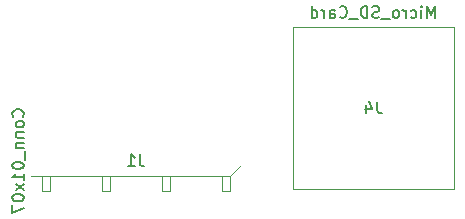
<source format=gbr>
%TF.GenerationSoftware,KiCad,Pcbnew,(5.1.9)-1*%
%TF.CreationDate,2021-02-10T11:15:13+01:00*%
%TF.ProjectId,DynaLoRa_Dongle,44796e61-4c6f-4526-915f-446f6e676c65,rev?*%
%TF.SameCoordinates,Original*%
%TF.FileFunction,Other,Fab,Bot*%
%FSLAX46Y46*%
G04 Gerber Fmt 4.6, Leading zero omitted, Abs format (unit mm)*
G04 Created by KiCad (PCBNEW (5.1.9)-1) date 2021-02-10 11:15:13*
%MOMM*%
%LPD*%
G01*
G04 APERTURE LIST*
%ADD10C,0.100000*%
%ADD11C,0.150000*%
G04 APERTURE END LIST*
D10*
%TO.C,J1*%
X27533600Y51028600D02*
X44363600Y51028600D01*
X44363600Y51028600D02*
X45313600Y51978600D01*
X44363600Y51028600D02*
X44363600Y49758600D01*
X44363600Y49758600D02*
X43723600Y49758600D01*
X43723600Y49758600D02*
X43723600Y51028600D01*
X39283600Y51028600D02*
X39283600Y49758600D01*
X39283600Y49758600D02*
X38643600Y49758600D01*
X38643600Y49758600D02*
X38643600Y51028600D01*
X34203600Y51028600D02*
X34203600Y49758600D01*
X34203600Y49758600D02*
X33563600Y49758600D01*
X33563600Y49758600D02*
X33563600Y51028600D01*
X29123600Y51028600D02*
X29123600Y49758600D01*
X29123600Y49758600D02*
X28483600Y49758600D01*
X28483600Y49758600D02*
X28483600Y51028600D01*
%TO.C,J4*%
X49709400Y63626000D02*
X63309400Y63626000D01*
X49709400Y49926000D02*
X49709400Y63626000D01*
X63309400Y49926000D02*
X49709400Y49926000D01*
X63309400Y63626000D02*
X63309400Y49926000D01*
%TD*%
%TO.C,J1*%
D11*
X26830742Y56036695D02*
X26878361Y56084314D01*
X26925980Y56227171D01*
X26925980Y56322409D01*
X26878361Y56465266D01*
X26783123Y56560504D01*
X26687885Y56608123D01*
X26497409Y56655742D01*
X26354552Y56655742D01*
X26164076Y56608123D01*
X26068838Y56560504D01*
X25973600Y56465266D01*
X25925980Y56322409D01*
X25925980Y56227171D01*
X25973600Y56084314D01*
X26021219Y56036695D01*
X26925980Y55465266D02*
X26878361Y55560504D01*
X26830742Y55608123D01*
X26735504Y55655742D01*
X26449790Y55655742D01*
X26354552Y55608123D01*
X26306933Y55560504D01*
X26259314Y55465266D01*
X26259314Y55322409D01*
X26306933Y55227171D01*
X26354552Y55179552D01*
X26449790Y55131933D01*
X26735504Y55131933D01*
X26830742Y55179552D01*
X26878361Y55227171D01*
X26925980Y55322409D01*
X26925980Y55465266D01*
X26259314Y54703361D02*
X26925980Y54703361D01*
X26354552Y54703361D02*
X26306933Y54655742D01*
X26259314Y54560504D01*
X26259314Y54417647D01*
X26306933Y54322409D01*
X26402171Y54274790D01*
X26925980Y54274790D01*
X26259314Y53798600D02*
X26925980Y53798600D01*
X26354552Y53798600D02*
X26306933Y53750980D01*
X26259314Y53655742D01*
X26259314Y53512885D01*
X26306933Y53417647D01*
X26402171Y53370028D01*
X26925980Y53370028D01*
X27021219Y53131933D02*
X27021219Y52370028D01*
X25925980Y51941457D02*
X25925980Y51846219D01*
X25973600Y51750980D01*
X26021219Y51703361D01*
X26116457Y51655742D01*
X26306933Y51608123D01*
X26545028Y51608123D01*
X26735504Y51655742D01*
X26830742Y51703361D01*
X26878361Y51750980D01*
X26925980Y51846219D01*
X26925980Y51941457D01*
X26878361Y52036695D01*
X26830742Y52084314D01*
X26735504Y52131933D01*
X26545028Y52179552D01*
X26306933Y52179552D01*
X26116457Y52131933D01*
X26021219Y52084314D01*
X25973600Y52036695D01*
X25925980Y51941457D01*
X26925980Y50655742D02*
X26925980Y51227171D01*
X26925980Y50941457D02*
X25925980Y50941457D01*
X26068838Y51036695D01*
X26164076Y51131933D01*
X26211695Y51227171D01*
X26925980Y50322409D02*
X26259314Y49798600D01*
X26259314Y50322409D02*
X26925980Y49798600D01*
X25925980Y49227171D02*
X25925980Y49131933D01*
X25973600Y49036695D01*
X26021219Y48989076D01*
X26116457Y48941457D01*
X26306933Y48893838D01*
X26545028Y48893838D01*
X26735504Y48941457D01*
X26830742Y48989076D01*
X26878361Y49036695D01*
X26925980Y49131933D01*
X26925980Y49227171D01*
X26878361Y49322409D01*
X26830742Y49370028D01*
X26735504Y49417647D01*
X26545028Y49465266D01*
X26306933Y49465266D01*
X26116457Y49417647D01*
X26021219Y49370028D01*
X25973600Y49322409D01*
X25925980Y49227171D01*
X25925980Y48560504D02*
X25925980Y47893838D01*
X26925980Y48322409D01*
X36756933Y52846219D02*
X36756933Y52131933D01*
X36804552Y51989076D01*
X36899790Y51893838D01*
X37042647Y51846219D01*
X37137885Y51846219D01*
X35756933Y51846219D02*
X36328361Y51846219D01*
X36042647Y51846219D02*
X36042647Y52846219D01*
X36137885Y52703361D01*
X36233123Y52608123D01*
X36328361Y52560504D01*
%TO.C,J4*%
X61723685Y64393619D02*
X61723685Y65393619D01*
X61390352Y64679333D01*
X61057019Y65393619D01*
X61057019Y64393619D01*
X60580828Y64393619D02*
X60580828Y65060285D01*
X60580828Y65393619D02*
X60628447Y65346000D01*
X60580828Y65298380D01*
X60533209Y65346000D01*
X60580828Y65393619D01*
X60580828Y65298380D01*
X59676066Y64441238D02*
X59771304Y64393619D01*
X59961780Y64393619D01*
X60057019Y64441238D01*
X60104638Y64488857D01*
X60152257Y64584095D01*
X60152257Y64869809D01*
X60104638Y64965047D01*
X60057019Y65012666D01*
X59961780Y65060285D01*
X59771304Y65060285D01*
X59676066Y65012666D01*
X59247495Y64393619D02*
X59247495Y65060285D01*
X59247495Y64869809D02*
X59199876Y64965047D01*
X59152257Y65012666D01*
X59057019Y65060285D01*
X58961780Y65060285D01*
X58485590Y64393619D02*
X58580828Y64441238D01*
X58628447Y64488857D01*
X58676066Y64584095D01*
X58676066Y64869809D01*
X58628447Y64965047D01*
X58580828Y65012666D01*
X58485590Y65060285D01*
X58342733Y65060285D01*
X58247495Y65012666D01*
X58199876Y64965047D01*
X58152257Y64869809D01*
X58152257Y64584095D01*
X58199876Y64488857D01*
X58247495Y64441238D01*
X58342733Y64393619D01*
X58485590Y64393619D01*
X57961780Y64298380D02*
X57199876Y64298380D01*
X57009400Y64441238D02*
X56866542Y64393619D01*
X56628447Y64393619D01*
X56533209Y64441238D01*
X56485590Y64488857D01*
X56437971Y64584095D01*
X56437971Y64679333D01*
X56485590Y64774571D01*
X56533209Y64822190D01*
X56628447Y64869809D01*
X56818923Y64917428D01*
X56914161Y64965047D01*
X56961780Y65012666D01*
X57009400Y65107904D01*
X57009400Y65203142D01*
X56961780Y65298380D01*
X56914161Y65346000D01*
X56818923Y65393619D01*
X56580828Y65393619D01*
X56437971Y65346000D01*
X56009400Y64393619D02*
X56009400Y65393619D01*
X55771304Y65393619D01*
X55628447Y65346000D01*
X55533209Y65250761D01*
X55485590Y65155523D01*
X55437971Y64965047D01*
X55437971Y64822190D01*
X55485590Y64631714D01*
X55533209Y64536476D01*
X55628447Y64441238D01*
X55771304Y64393619D01*
X56009400Y64393619D01*
X55247495Y64298380D02*
X54485590Y64298380D01*
X53676066Y64488857D02*
X53723685Y64441238D01*
X53866542Y64393619D01*
X53961780Y64393619D01*
X54104638Y64441238D01*
X54199876Y64536476D01*
X54247495Y64631714D01*
X54295114Y64822190D01*
X54295114Y64965047D01*
X54247495Y65155523D01*
X54199876Y65250761D01*
X54104638Y65346000D01*
X53961780Y65393619D01*
X53866542Y65393619D01*
X53723685Y65346000D01*
X53676066Y65298380D01*
X52818923Y64393619D02*
X52818923Y64917428D01*
X52866542Y65012666D01*
X52961780Y65060285D01*
X53152257Y65060285D01*
X53247495Y65012666D01*
X52818923Y64441238D02*
X52914161Y64393619D01*
X53152257Y64393619D01*
X53247495Y64441238D01*
X53295114Y64536476D01*
X53295114Y64631714D01*
X53247495Y64726952D01*
X53152257Y64774571D01*
X52914161Y64774571D01*
X52818923Y64822190D01*
X52342733Y64393619D02*
X52342733Y65060285D01*
X52342733Y64869809D02*
X52295114Y64965047D01*
X52247495Y65012666D01*
X52152257Y65060285D01*
X52057019Y65060285D01*
X51295114Y64393619D02*
X51295114Y65393619D01*
X51295114Y64441238D02*
X51390352Y64393619D01*
X51580828Y64393619D01*
X51676066Y64441238D01*
X51723685Y64488857D01*
X51771304Y64584095D01*
X51771304Y64869809D01*
X51723685Y64965047D01*
X51676066Y65012666D01*
X51580828Y65060285D01*
X51390352Y65060285D01*
X51295114Y65012666D01*
X56842733Y57323619D02*
X56842733Y56609333D01*
X56890352Y56466476D01*
X56985590Y56371238D01*
X57128447Y56323619D01*
X57223685Y56323619D01*
X55937971Y56990285D02*
X55937971Y56323619D01*
X56176066Y57371238D02*
X56414161Y56656952D01*
X55795114Y56656952D01*
%TD*%
M02*

</source>
